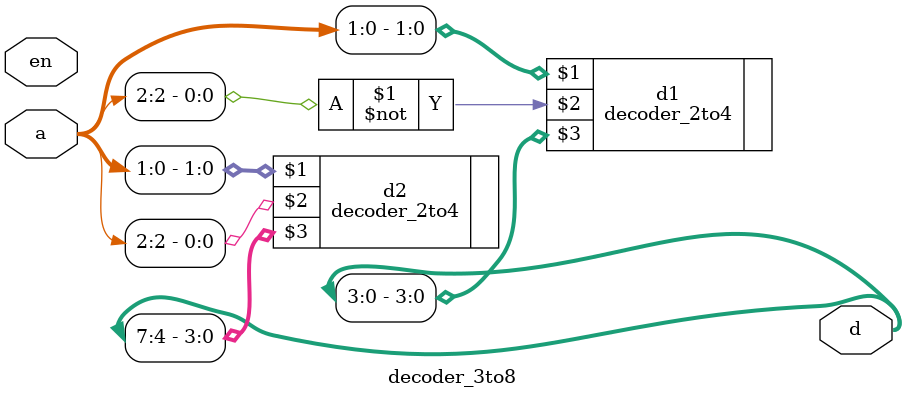
<source format=v>
    module decoder_3to8 (
        input [2:0]a,
        input en,
        output [7:0]d
    );

    decoder_2to4 d1(a[1:0],~a[2],d[3:0]);
    decoder_2to4 d2(a[1:0],a[2],d[7:4]);
        
    endmodule
</source>
